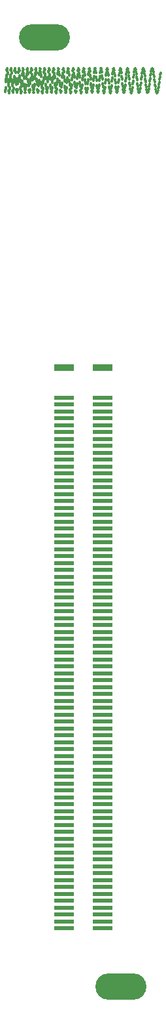
<source format=gts>
G04 Layer: TopSolderMaskLayer*
G04 EasyEDA v6.5.23, 2023-06-01 15:37:06*
G04 23eb6b4696734b44af23c16f2827e462,5a6b42c53f6a479593ecc07194224c93,10*
G04 Gerber Generator version 0.2*
G04 Scale: 100 percent, Rotated: No, Reflected: No *
G04 Dimensions in millimeters *
G04 leading zeros omitted , absolute positions ,4 integer and 5 decimal *
%FSLAX45Y45*%
%MOMM*%

%ADD10C,0.3556*%
%ADD11O,6.6032126X3.4031936000000003*%

%LPD*%
D10*
X2015070Y12115800D02*
G01*
X2006600Y12089345D01*
X2006600Y12060250D02*
G01*
X1998129Y12028599D01*
X1998129Y11996798D02*
G01*
X1989670Y11964987D01*
X1989670Y11935637D02*
G01*
X1981200Y11908917D01*
X1981200Y11886945D02*
G01*
X1972729Y11869910D01*
X1972729Y11859214D02*
G01*
X1964270Y11854990D01*
X1964270Y11857657D02*
G01*
X1955800Y11867268D01*
X1955800Y11883125D02*
G01*
X1947329Y11905200D01*
X1947329Y11931743D02*
G01*
X1938870Y11962637D01*
X1938870Y11995335D02*
G01*
X1930400Y12029653D01*
X1930400Y12062698D02*
G01*
X1921929Y12094225D01*
X1921929Y12121522D02*
G01*
X1913470Y12144336D01*
X1913470Y12160646D02*
G01*
X1905000Y12170252D01*
X1905000Y12172243D02*
G01*
X1896529Y12166526D01*
X1896529Y12153508D02*
G01*
X1888070Y12133237D01*
X1888070Y12107453D02*
G01*
X1879600Y12076305D01*
X1879600Y12042594D02*
G01*
X1871129Y12006567D01*
X1871129Y11971530D02*
G01*
X1862670Y11937806D01*
X1862670Y11908563D02*
G01*
X1854200Y11884106D01*
X1854200Y11866798D02*
G01*
X1845729Y11856877D01*
X1845729Y11855376D02*
G01*
X1837270Y11862381D01*
X1837270Y11877309D02*
G01*
X1828800Y11900093D01*
X1828800Y11928568D02*
G01*
X1820329Y11962513D01*
X1820329Y11998604D02*
G01*
X1811870Y12036493D01*
X1811870Y12072386D02*
G01*
X1803400Y12105891D01*
X1803400Y12133567D02*
G01*
X1794929Y12155060D01*
X1794929Y12168093D02*
G01*
X1786470Y12172447D01*
X1786470Y12167580D02*
G01*
X1778000Y12153460D01*
X1778000Y12131481D02*
G01*
X1769529Y12101829D01*
X1769529Y12067593D02*
G01*
X1761070Y12029132D01*
X1761070Y11990547D02*
G01*
X1752600Y11952325D01*
X1752600Y11918622D02*
G01*
X1744129Y11889902D01*
X1744129Y11869384D02*
G01*
X1735670Y11857398D01*
X1735670Y11855368D02*
G01*
X1727200Y11863412D01*
X1727200Y11880707D02*
G01*
X1718729Y11907118D01*
X1718729Y11939704D02*
G01*
X1710270Y11978091D01*
X1710270Y12017903D02*
G01*
X1701800Y12058606D01*
X1701800Y12095454D02*
G01*
X1693329Y12127905D01*
X1693329Y12152076D02*
G01*
X1684870Y12167567D01*
X1684870Y12172447D02*
G01*
X1676400Y12166549D01*
X1676400Y12150496D02*
G01*
X1667929Y12124420D01*
X1667929Y12091428D02*
G01*
X1659470Y12051946D01*
X1659470Y12010796D02*
G01*
X1651000Y11968571D01*
X1651000Y11930534D02*
G01*
X1642529Y11897314D01*
X1642529Y11873136D02*
G01*
X1634070Y11858444D01*
X1634070Y11855201D02*
G01*
X1625600Y11863555D01*
X1625600Y11882531D02*
G01*
X1617129Y11911906D01*
X1617129Y11947941D02*
G01*
X1608670Y11990115D01*
X1608670Y12032922D02*
G01*
X1600200Y12075660D01*
X1600200Y12112642D02*
G01*
X1591729Y12143204D01*
X1591729Y12163188D02*
G01*
X1583270Y12172162D01*
X1583270Y12168819D02*
G01*
X1574800Y12153117D01*
X1574800Y12127110D02*
G01*
X1566329Y12091174D01*
X1566329Y12050204D02*
G01*
X1557870Y12004885D01*
X1557870Y11961533D02*
G01*
X1549400Y11920946D01*
X1549400Y11888886D02*
G01*
X1540929Y11866003D01*
X1540929Y11855643D02*
G01*
X1532470Y11858091D01*
X1532470Y11873105D02*
G01*
X1524000Y11900481D01*
X1524000Y11936351D02*
G01*
X1515529Y11980075D01*
X1515529Y12025294D02*
G01*
X1507070Y12071139D01*
X1507070Y12110808D02*
G01*
X1498600Y12143463D01*
X1498600Y12164169D02*
G01*
X1490129Y12172411D01*
X1490129Y12166848D02*
G01*
X1481670Y12147481D01*
X1481670Y12117181D02*
G01*
X1473200Y12076478D01*
X1473200Y12031576D02*
G01*
X1464729Y11983374D01*
X1464729Y11939358D02*
G01*
X1456270Y11900481D01*
X1456270Y11872907D02*
G01*
X1447800Y11857299D01*
X1447800Y11856212D02*
G01*
X1439329Y11869793D01*
X1439329Y11895968D02*
G01*
X1430870Y11934253D01*
X1430870Y11978548D02*
G01*
X1422400Y12027923D01*
X1422400Y12074344D02*
G01*
X1413929Y12116760D01*
X1413929Y12148151D02*
G01*
X1405470Y12167735D01*
X1405470Y12172162D02*
G01*
X1397000Y12161230D01*
X1397000Y12136661D02*
G01*
X1388529Y12098919D01*
X1388529Y12054321D02*
G01*
X1380070Y12003844D01*
X1380070Y11956082D02*
G01*
X1371600Y11912173D01*
X1371600Y11879722D02*
G01*
X1363129Y11859585D01*
X1363129Y11855343D02*
G01*
X1354670Y11867212D01*
X1354670Y11893222D02*
G01*
X1346200Y11932833D01*
X1346200Y11979120D02*
G01*
X1337729Y12030999D01*
X1337729Y12079226D02*
G01*
X1329270Y12122584D01*
X1329270Y12153224D02*
G01*
X1320800Y12170290D01*
X1320800Y12170587D02*
G01*
X1312329Y12153986D01*
X1312329Y12123440D02*
G01*
X1303870Y12079622D01*
X1303870Y12030552D02*
G01*
X1295400Y11977471D01*
X1295400Y11930255D02*
G01*
X1286929Y11890176D01*
X1286929Y11864825D02*
G01*
X1278470Y11854972D01*
X1278470Y11862574D02*
G01*
X1270000Y11887565D01*
X1270000Y11925249D02*
G01*
X1261529Y11974723D01*
X1261529Y12026483D02*
G01*
X1253070Y12079170D01*
X1253070Y12122503D02*
G01*
X1244600Y12155263D01*
X1244600Y12170935D02*
G01*
X1236129Y12168987D01*
X1236129Y12149696D02*
G01*
X1227670Y12113468D01*
X1227670Y12067456D02*
G01*
X1219200Y12012866D01*
X1219200Y11960651D02*
G01*
X1210729Y11912282D01*
X1210729Y11877619D02*
G01*
X1202270Y11857725D01*
X1202270Y11856758D02*
G01*
X1193800Y11874878D01*
X1193800Y11908444D02*
G01*
X1185329Y11956602D01*
X1185329Y12009407D02*
G01*
X1176870Y12065360D01*
X1176870Y12112731D02*
G01*
X1168400Y12150097D01*
X1168400Y12169490D02*
G01*
X1159929Y12170222D01*
X1159929Y12152028D02*
G01*
X1151470Y12115335D01*
X1151470Y12067926D02*
G01*
X1143000Y12011141D01*
X1143000Y11957243D02*
G01*
X1134529Y11907850D01*
X1134529Y11873786D02*
G01*
X1126070Y11856176D01*
X1126070Y11858985D02*
G01*
X1117600Y11882264D01*
X1117600Y11920941D02*
G01*
X1109129Y11973948D01*
X1109129Y12029493D02*
G01*
X1100670Y12085899D01*
X1100670Y12130440D02*
G01*
X1092200Y12161677D01*
X1092200Y12172434D02*
G01*
X1083729Y12162259D01*
X1083729Y12133361D02*
G01*
X1075270Y12086536D01*
X1075270Y12032493D02*
G01*
X1066800Y11972894D01*
X1066800Y11921553D02*
G01*
X1058329Y11880161D01*
X1058329Y11858464D02*
G01*
X1049870Y11857273D01*
X1049870Y11876968D02*
G01*
X1041400Y11917045D01*
X1041400Y11968088D02*
G01*
X1032929Y12028500D01*
X1032929Y12083869D02*
G01*
X1024470Y12132358D01*
X1024470Y12162228D02*
G01*
X1016000Y12172398D01*
X1016000Y12160288D02*
G01*
X1007529Y12126180D01*
X1007529Y12078301D02*
G01*
X999070Y12018167D01*
X999070Y11960547D02*
G01*
X990600Y11907372D01*
X990600Y11871883D02*
G01*
X982129Y11855363D01*
X982129Y11862048D02*
G01*
X973670Y11891838D01*
X973670Y11937349D02*
G01*
X965200Y11997108D01*
X965200Y12056033D02*
G01*
X956729Y12112096D01*
X956729Y12150961D02*
G01*
X948270Y12171189D01*
X948270Y12167481D02*
G01*
X939800Y12139836D01*
X939800Y12095304D02*
G01*
X931329Y12035332D01*
X931329Y11975510D02*
G01*
X922870Y11917926D01*
X922870Y11877725D02*
G01*
X914400Y11856417D01*
X914400Y11859734D02*
G01*
X905929Y11887702D01*
X905929Y11932965D02*
G01*
X897470Y11994022D01*
X897470Y12054563D02*
G01*
X889000Y12112426D01*
X889000Y12151951D02*
G01*
X880529Y12171634D01*
X880529Y12166028D02*
G01*
X872070Y12135190D01*
X872070Y12087461D02*
G01*
X863600Y12024464D01*
X863600Y11963516D02*
G01*
X855129Y11906831D01*
X855129Y11870184D02*
G01*
X846670Y11854997D01*
X846670Y11865625D02*
G01*
X838200Y11901815D01*
X838200Y11953491D02*
G01*
X829729Y12018845D01*
X829729Y12079404D02*
G01*
X821270Y12132934D01*
X821270Y12164113D02*
G01*
X812800Y12171679D01*
X812800Y12153361D02*
G01*
X804329Y12109691D01*
X804329Y12053194D02*
G01*
X795870Y11985896D01*
X795870Y11927347D02*
G01*
X787400Y11879765D01*
X787400Y11857144D02*
G01*
X778929Y11860461D01*
X778929Y11888843D02*
G01*
X770470Y11941355D01*
X770470Y12002515D02*
G01*
X762000Y12070067D01*
X762000Y12123849D02*
G01*
X753529Y12161763D01*
X753529Y12172348D02*
G01*
X745070Y12155060D01*
X745070Y12115012D02*
G01*
X736600Y12053615D01*
X736600Y11989475D02*
G01*
X728129Y11925028D01*
X728129Y11880011D02*
G01*
X719670Y11856262D01*
X719670Y11861185D02*
G01*
X711200Y11894728D01*
X711200Y11946608D02*
G01*
X702729Y12014906D01*
X702729Y12078375D02*
G01*
X694270Y12134527D01*
X694270Y12165705D02*
G01*
X685800Y12170567D01*
X685800Y12147476D02*
G01*
X677329Y12097184D01*
X677329Y12035586D02*
G01*
X668870Y11965030D01*
X668870Y11908048D02*
G01*
X660400Y11866946D01*
X660400Y11855010D02*
G01*
X651929Y11872851D01*
X651929Y11914814D02*
G01*
X643470Y11979348D01*
X643470Y12045528D02*
G01*
X635000Y12110753D01*
X635000Y12153628D02*
G01*
X626529Y12172360D01*
X626529Y12160676D02*
G01*
X618070Y12118901D01*
X618070Y12060775D02*
G01*
X609600Y11988528D01*
X609600Y11926211D02*
G01*
X601129Y11876354D01*
X601129Y11855742D02*
G01*
X592670Y11865328D01*
X592670Y11901995D02*
G01*
X584200Y11964393D01*
X584200Y12031438D02*
G01*
X575729Y12100458D01*
X575729Y12147885D02*
G01*
X567270Y12171723D01*
X567270Y12163686D02*
G01*
X558800Y12123961D01*
X558800Y12066148D02*
G01*
X550329Y11992503D01*
X550329Y11928561D02*
G01*
X541870Y11876943D01*
X541870Y11855734D02*
G01*
X533400Y11865942D01*
X533400Y11904073D02*
G01*
X524929Y11968726D01*
X524929Y12037131D02*
G01*
X516470Y12106536D01*
X516470Y12152274D02*
G01*
X508000Y12172373D01*
X508000Y12159561D02*
G01*
X499529Y12114212D01*
X499529Y12052523D02*
G01*
X491070Y11976912D01*
X491070Y11914682D02*
G01*
X482600Y11868421D01*
X482600Y11855010D02*
G01*
X474129Y11875127D01*
X474129Y11921535D02*
G01*
X465670Y11992465D01*
X465670Y12061924D02*
G01*
X457200Y12127067D01*
X457200Y12163803D02*
G01*
X448729Y12170514D01*
X448729Y12144590D02*
G01*
X440270Y12086970D01*
X440270Y12019061D02*
G01*
X431800Y11943605D01*
X431800Y11888929D02*
G01*
X423329Y11857347D01*
X423329Y11860875D02*
G01*
X414870Y11899516D01*
X414870Y11958706D02*
G01*
X406400Y12036115D01*
X406400Y12102251D02*
G01*
X397929Y12154352D01*
X397929Y12172378D02*
G01*
X389470Y12155444D01*
X389470Y12109978D02*
G01*
X381000Y12037715D01*
X381000Y11966600D02*
G01*
X372529Y11899552D01*
X372529Y11862729D02*
G01*
X364070Y11857763D01*
X364070Y11886704D02*
G01*
X355600Y11948505D01*
X355600Y12018911D02*
G01*
X347129Y12095101D01*
X347129Y12146892D02*
G01*
X338670Y12172081D01*
X338670Y12160554D02*
G01*
X330200Y12112625D01*
X330200Y12047369D02*
G01*
X321729Y11967375D01*
X321729Y11904779D02*
G01*
X313270Y11862203D01*
X313270Y11856920D02*
G01*
X304800Y11889308D01*
X304800Y11946303D02*
G01*
X296329Y12025703D01*
X296329Y12095132D02*
G01*
X287870Y12151730D01*
X287870Y12172231D02*
G01*
X279400Y12155647D01*
X279400Y12108723D02*
G01*
X270929Y12033224D01*
X270929Y11960385D02*
G01*
X262470Y11893153D01*
X262470Y11859567D02*
G01*
X254000Y11861116D01*
X254000Y11897258D02*
G01*
X245529Y11966668D01*
X245529Y12040227D02*
G01*
X237070Y12114994D01*
X237070Y12159345D02*
G01*
X228600Y12171380D01*
X228600Y12145901D02*
G01*
X220129Y12083765D01*
X220129Y12011421D02*
G01*
X211670Y11931710D01*
X211670Y11878840D02*
G01*
X203200Y11855010D01*
X203200Y11870575D02*
G01*
X194729Y11925089D01*
X194729Y11995012D02*
G01*
X186270Y12077649D01*
X186270Y12137039D02*
G01*
X177800Y12170742D01*
X177800Y12163940D02*
G01*
X169329Y12116749D01*
X169329Y12049813D02*
G01*
X160870Y11965675D01*
X160870Y11901474D02*
G01*
X152400Y11859785D01*
X152400Y11859183D02*
G01*
X143929Y11899844D01*
X143929Y11963740D02*
G01*
X135470Y12048479D01*
X135470Y12116140D02*
G01*
X127000Y12164039D01*
X127000Y12170562D02*
G01*
X118529Y12135302D01*
X118529Y12074098D02*
G01*
X110070Y11989203D01*
X110070Y11919143D02*
G01*
X101600Y11866636D01*
X101600Y11855716D02*
G01*
X93129Y11886938D01*
X93129Y11946092D02*
G01*
X84670Y12031047D01*
X84670Y12102716D02*
G01*
X76200Y12158345D01*
X76200Y12172149D02*
G01*
X67729Y12143458D01*
X67729Y12085500D02*
G01*
X59270Y12000339D01*
X59270Y11927692D02*
G01*
X50800Y11870296D01*
X50800Y11855122D02*
G01*
X42329Y11882884D01*
X42329Y11940598D02*
G01*
X33870Y12026262D01*
X33870Y12099373D02*
G01*
X25400Y12157224D01*
X25400Y12172256D02*
G01*
X16929Y12143780D01*
X16929Y12085297D02*
G01*
X8470Y11998797D01*
X8470Y11925734D02*
G01*
X0Y11868764D01*
D11*
G01*
X508000Y12573000D03*
G01*
X1498600Y330200D03*
G36*
X1130300Y8356600D02*
G01*
X1384300Y8356600D01*
X1384300Y8267700D01*
X1130300Y8267700D01*
G37*
G36*
X635000Y8356600D02*
G01*
X889000Y8356600D01*
X889000Y8267700D01*
X635000Y8267700D01*
G37*
G36*
X1130300Y6172200D02*
G01*
X1384300Y6172200D01*
X1384300Y6121400D01*
X1130300Y6121400D01*
G37*
G36*
X1130300Y6083300D02*
G01*
X1384300Y6083300D01*
X1384300Y6032500D01*
X1130300Y6032500D01*
G37*
G36*
X1130300Y5994400D02*
G01*
X1384300Y5994400D01*
X1384300Y5943600D01*
X1130300Y5943600D01*
G37*
G36*
X1130300Y5727700D02*
G01*
X1384300Y5727700D01*
X1384300Y5676900D01*
X1130300Y5676900D01*
G37*
G36*
X1130300Y5816600D02*
G01*
X1384300Y5816600D01*
X1384300Y5765800D01*
X1130300Y5765800D01*
G37*
G36*
X1130300Y5905500D02*
G01*
X1384300Y5905500D01*
X1384300Y5854700D01*
X1130300Y5854700D01*
G37*
G36*
X1130300Y5461000D02*
G01*
X1384300Y5461000D01*
X1384300Y5410200D01*
X1130300Y5410200D01*
G37*
G36*
X1130300Y5549900D02*
G01*
X1384300Y5549900D01*
X1384300Y5499100D01*
X1130300Y5499100D01*
G37*
G36*
X1130300Y5638800D02*
G01*
X1384300Y5638800D01*
X1384300Y5588000D01*
X1130300Y5588000D01*
G37*
G36*
X1130300Y5194300D02*
G01*
X1384300Y5194300D01*
X1384300Y5143500D01*
X1130300Y5143500D01*
G37*
G36*
X1130300Y5283200D02*
G01*
X1384300Y5283200D01*
X1384300Y5232400D01*
X1130300Y5232400D01*
G37*
G36*
X1130300Y5372100D02*
G01*
X1384300Y5372100D01*
X1384300Y5321300D01*
X1130300Y5321300D01*
G37*
G36*
X1130300Y5016500D02*
G01*
X1384300Y5016500D01*
X1384300Y4965700D01*
X1130300Y4965700D01*
G37*
G36*
X1130300Y5105400D02*
G01*
X1384300Y5105400D01*
X1384300Y5054600D01*
X1130300Y5054600D01*
G37*
G36*
X1130300Y6350000D02*
G01*
X1384300Y6350000D01*
X1384300Y6299200D01*
X1130300Y6299200D01*
G37*
G36*
X1130300Y6261100D02*
G01*
X1384300Y6261100D01*
X1384300Y6210300D01*
X1130300Y6210300D01*
G37*
G36*
X1130300Y6616700D02*
G01*
X1384300Y6616700D01*
X1384300Y6565900D01*
X1130300Y6565900D01*
G37*
G36*
X1130300Y6527800D02*
G01*
X1384300Y6527800D01*
X1384300Y6477000D01*
X1130300Y6477000D01*
G37*
G36*
X1130300Y6438900D02*
G01*
X1384300Y6438900D01*
X1384300Y6388100D01*
X1130300Y6388100D01*
G37*
G36*
X1130300Y6883400D02*
G01*
X1384300Y6883400D01*
X1384300Y6832600D01*
X1130300Y6832600D01*
G37*
G36*
X1130300Y6794500D02*
G01*
X1384300Y6794500D01*
X1384300Y6743700D01*
X1130300Y6743700D01*
G37*
G36*
X1130300Y6705600D02*
G01*
X1384300Y6705600D01*
X1384300Y6654800D01*
X1130300Y6654800D01*
G37*
G36*
X1130300Y7150100D02*
G01*
X1384300Y7150100D01*
X1384300Y7099300D01*
X1130300Y7099300D01*
G37*
G36*
X1130300Y7061200D02*
G01*
X1384300Y7061200D01*
X1384300Y7010400D01*
X1130300Y7010400D01*
G37*
G36*
X1130300Y6972300D02*
G01*
X1384300Y6972300D01*
X1384300Y6921500D01*
X1130300Y6921500D01*
G37*
G36*
X1130300Y7416800D02*
G01*
X1384300Y7416800D01*
X1384300Y7366000D01*
X1130300Y7366000D01*
G37*
G36*
X1130300Y7327900D02*
G01*
X1384300Y7327900D01*
X1384300Y7277100D01*
X1130300Y7277100D01*
G37*
G36*
X1130300Y7239000D02*
G01*
X1384300Y7239000D01*
X1384300Y7188200D01*
X1130300Y7188200D01*
G37*
G36*
X1130300Y7683500D02*
G01*
X1384300Y7683500D01*
X1384300Y7632700D01*
X1130300Y7632700D01*
G37*
G36*
X1130300Y7594600D02*
G01*
X1384300Y7594600D01*
X1384300Y7543800D01*
X1130300Y7543800D01*
G37*
G36*
X1130300Y7505700D02*
G01*
X1384300Y7505700D01*
X1384300Y7454900D01*
X1130300Y7454900D01*
G37*
G36*
X1130300Y7772400D02*
G01*
X1384300Y7772400D01*
X1384300Y7721600D01*
X1130300Y7721600D01*
G37*
G36*
X1130300Y7861300D02*
G01*
X1384300Y7861300D01*
X1384300Y7810500D01*
X1130300Y7810500D01*
G37*
G36*
X1130300Y7950200D02*
G01*
X1384300Y7950200D01*
X1384300Y7899400D01*
X1130300Y7899400D01*
G37*
G36*
X635000Y7950200D02*
G01*
X889000Y7950200D01*
X889000Y7899400D01*
X635000Y7899400D01*
G37*
G36*
X635000Y7861300D02*
G01*
X889000Y7861300D01*
X889000Y7810500D01*
X635000Y7810500D01*
G37*
G36*
X635000Y7772400D02*
G01*
X889000Y7772400D01*
X889000Y7721600D01*
X635000Y7721600D01*
G37*
G36*
X635000Y7505700D02*
G01*
X889000Y7505700D01*
X889000Y7454900D01*
X635000Y7454900D01*
G37*
G36*
X635000Y7594600D02*
G01*
X889000Y7594600D01*
X889000Y7543800D01*
X635000Y7543800D01*
G37*
G36*
X635000Y7683500D02*
G01*
X889000Y7683500D01*
X889000Y7632700D01*
X635000Y7632700D01*
G37*
G36*
X635000Y7239000D02*
G01*
X889000Y7239000D01*
X889000Y7188200D01*
X635000Y7188200D01*
G37*
G36*
X635000Y7327900D02*
G01*
X889000Y7327900D01*
X889000Y7277100D01*
X635000Y7277100D01*
G37*
G36*
X635000Y7416800D02*
G01*
X889000Y7416800D01*
X889000Y7366000D01*
X635000Y7366000D01*
G37*
G36*
X635000Y6972300D02*
G01*
X889000Y6972300D01*
X889000Y6921500D01*
X635000Y6921500D01*
G37*
G36*
X635000Y7061200D02*
G01*
X889000Y7061200D01*
X889000Y7010400D01*
X635000Y7010400D01*
G37*
G36*
X635000Y7150100D02*
G01*
X889000Y7150100D01*
X889000Y7099300D01*
X635000Y7099300D01*
G37*
G36*
X635000Y6705600D02*
G01*
X889000Y6705600D01*
X889000Y6654800D01*
X635000Y6654800D01*
G37*
G36*
X635000Y6794500D02*
G01*
X889000Y6794500D01*
X889000Y6743700D01*
X635000Y6743700D01*
G37*
G36*
X635000Y6883400D02*
G01*
X889000Y6883400D01*
X889000Y6832600D01*
X635000Y6832600D01*
G37*
G36*
X635000Y6438900D02*
G01*
X889000Y6438900D01*
X889000Y6388100D01*
X635000Y6388100D01*
G37*
G36*
X635000Y6527800D02*
G01*
X889000Y6527800D01*
X889000Y6477000D01*
X635000Y6477000D01*
G37*
G36*
X635000Y6616700D02*
G01*
X889000Y6616700D01*
X889000Y6565900D01*
X635000Y6565900D01*
G37*
G36*
X635000Y6261100D02*
G01*
X889000Y6261100D01*
X889000Y6210300D01*
X635000Y6210300D01*
G37*
G36*
X635000Y6350000D02*
G01*
X889000Y6350000D01*
X889000Y6299200D01*
X635000Y6299200D01*
G37*
G36*
X635000Y5105400D02*
G01*
X889000Y5105400D01*
X889000Y5054600D01*
X635000Y5054600D01*
G37*
G36*
X635000Y5016500D02*
G01*
X889000Y5016500D01*
X889000Y4965700D01*
X635000Y4965700D01*
G37*
G36*
X635000Y5372100D02*
G01*
X889000Y5372100D01*
X889000Y5321300D01*
X635000Y5321300D01*
G37*
G36*
X635000Y5283200D02*
G01*
X889000Y5283200D01*
X889000Y5232400D01*
X635000Y5232400D01*
G37*
G36*
X635000Y5194300D02*
G01*
X889000Y5194300D01*
X889000Y5143500D01*
X635000Y5143500D01*
G37*
G36*
X635000Y5638800D02*
G01*
X889000Y5638800D01*
X889000Y5588000D01*
X635000Y5588000D01*
G37*
G36*
X635000Y5549900D02*
G01*
X889000Y5549900D01*
X889000Y5499100D01*
X635000Y5499100D01*
G37*
G36*
X635000Y5461000D02*
G01*
X889000Y5461000D01*
X889000Y5410200D01*
X635000Y5410200D01*
G37*
G36*
X635000Y5905500D02*
G01*
X889000Y5905500D01*
X889000Y5854700D01*
X635000Y5854700D01*
G37*
G36*
X635000Y5816600D02*
G01*
X889000Y5816600D01*
X889000Y5765800D01*
X635000Y5765800D01*
G37*
G36*
X635000Y5727700D02*
G01*
X889000Y5727700D01*
X889000Y5676900D01*
X635000Y5676900D01*
G37*
G36*
X635000Y5994400D02*
G01*
X889000Y5994400D01*
X889000Y5943600D01*
X635000Y5943600D01*
G37*
G36*
X635000Y6083300D02*
G01*
X889000Y6083300D01*
X889000Y6032500D01*
X635000Y6032500D01*
G37*
G36*
X635000Y6172200D02*
G01*
X889000Y6172200D01*
X889000Y6121400D01*
X635000Y6121400D01*
G37*
G36*
X635000Y3149600D02*
G01*
X889000Y3149600D01*
X889000Y3098800D01*
X635000Y3098800D01*
G37*
G36*
X635000Y3060700D02*
G01*
X889000Y3060700D01*
X889000Y3009900D01*
X635000Y3009900D01*
G37*
G36*
X635000Y2971800D02*
G01*
X889000Y2971800D01*
X889000Y2921000D01*
X635000Y2921000D01*
G37*
G36*
X635000Y2705100D02*
G01*
X889000Y2705100D01*
X889000Y2654300D01*
X635000Y2654300D01*
G37*
G36*
X635000Y2794000D02*
G01*
X889000Y2794000D01*
X889000Y2743200D01*
X635000Y2743200D01*
G37*
G36*
X635000Y2882900D02*
G01*
X889000Y2882900D01*
X889000Y2832100D01*
X635000Y2832100D01*
G37*
G36*
X635000Y2438400D02*
G01*
X889000Y2438400D01*
X889000Y2387600D01*
X635000Y2387600D01*
G37*
G36*
X635000Y2527300D02*
G01*
X889000Y2527300D01*
X889000Y2476500D01*
X635000Y2476500D01*
G37*
G36*
X635000Y2616200D02*
G01*
X889000Y2616200D01*
X889000Y2565400D01*
X635000Y2565400D01*
G37*
G36*
X635000Y2171700D02*
G01*
X889000Y2171700D01*
X889000Y2120900D01*
X635000Y2120900D01*
G37*
G36*
X635000Y2260600D02*
G01*
X889000Y2260600D01*
X889000Y2209800D01*
X635000Y2209800D01*
G37*
G36*
X635000Y2349500D02*
G01*
X889000Y2349500D01*
X889000Y2298700D01*
X635000Y2298700D01*
G37*
G36*
X635000Y1993900D02*
G01*
X889000Y1993900D01*
X889000Y1943100D01*
X635000Y1943100D01*
G37*
G36*
X635000Y2082800D02*
G01*
X889000Y2082800D01*
X889000Y2032000D01*
X635000Y2032000D01*
G37*
G36*
X635000Y3327400D02*
G01*
X889000Y3327400D01*
X889000Y3276600D01*
X635000Y3276600D01*
G37*
G36*
X635000Y3238500D02*
G01*
X889000Y3238500D01*
X889000Y3187700D01*
X635000Y3187700D01*
G37*
G36*
X635000Y3594100D02*
G01*
X889000Y3594100D01*
X889000Y3543300D01*
X635000Y3543300D01*
G37*
G36*
X635000Y3505200D02*
G01*
X889000Y3505200D01*
X889000Y3454400D01*
X635000Y3454400D01*
G37*
G36*
X635000Y3416300D02*
G01*
X889000Y3416300D01*
X889000Y3365500D01*
X635000Y3365500D01*
G37*
G36*
X635000Y3860800D02*
G01*
X889000Y3860800D01*
X889000Y3810000D01*
X635000Y3810000D01*
G37*
G36*
X635000Y3771900D02*
G01*
X889000Y3771900D01*
X889000Y3721100D01*
X635000Y3721100D01*
G37*
G36*
X635000Y3683000D02*
G01*
X889000Y3683000D01*
X889000Y3632200D01*
X635000Y3632200D01*
G37*
G36*
X635000Y4127500D02*
G01*
X889000Y4127500D01*
X889000Y4076700D01*
X635000Y4076700D01*
G37*
G36*
X635000Y4038600D02*
G01*
X889000Y4038600D01*
X889000Y3987800D01*
X635000Y3987800D01*
G37*
G36*
X635000Y3949700D02*
G01*
X889000Y3949700D01*
X889000Y3898900D01*
X635000Y3898900D01*
G37*
G36*
X635000Y4394200D02*
G01*
X889000Y4394200D01*
X889000Y4343400D01*
X635000Y4343400D01*
G37*
G36*
X635000Y4305300D02*
G01*
X889000Y4305300D01*
X889000Y4254500D01*
X635000Y4254500D01*
G37*
G36*
X635000Y4216400D02*
G01*
X889000Y4216400D01*
X889000Y4165600D01*
X635000Y4165600D01*
G37*
G36*
X635000Y4660900D02*
G01*
X889000Y4660900D01*
X889000Y4610100D01*
X635000Y4610100D01*
G37*
G36*
X635000Y4572000D02*
G01*
X889000Y4572000D01*
X889000Y4521200D01*
X635000Y4521200D01*
G37*
G36*
X635000Y4483100D02*
G01*
X889000Y4483100D01*
X889000Y4432300D01*
X635000Y4432300D01*
G37*
G36*
X635000Y4749800D02*
G01*
X889000Y4749800D01*
X889000Y4699000D01*
X635000Y4699000D01*
G37*
G36*
X635000Y4838700D02*
G01*
X889000Y4838700D01*
X889000Y4787900D01*
X635000Y4787900D01*
G37*
G36*
X635000Y4927600D02*
G01*
X889000Y4927600D01*
X889000Y4876800D01*
X635000Y4876800D01*
G37*
G36*
X1130300Y4927600D02*
G01*
X1384300Y4927600D01*
X1384300Y4876800D01*
X1130300Y4876800D01*
G37*
G36*
X1130300Y4838700D02*
G01*
X1384300Y4838700D01*
X1384300Y4787900D01*
X1130300Y4787900D01*
G37*
G36*
X1130300Y4749800D02*
G01*
X1384300Y4749800D01*
X1384300Y4699000D01*
X1130300Y4699000D01*
G37*
G36*
X1130300Y4483100D02*
G01*
X1384300Y4483100D01*
X1384300Y4432300D01*
X1130300Y4432300D01*
G37*
G36*
X1130300Y4572000D02*
G01*
X1384300Y4572000D01*
X1384300Y4521200D01*
X1130300Y4521200D01*
G37*
G36*
X1130300Y4660900D02*
G01*
X1384300Y4660900D01*
X1384300Y4610100D01*
X1130300Y4610100D01*
G37*
G36*
X1130300Y4216400D02*
G01*
X1384300Y4216400D01*
X1384300Y4165600D01*
X1130300Y4165600D01*
G37*
G36*
X1130300Y4305300D02*
G01*
X1384300Y4305300D01*
X1384300Y4254500D01*
X1130300Y4254500D01*
G37*
G36*
X1130300Y4394200D02*
G01*
X1384300Y4394200D01*
X1384300Y4343400D01*
X1130300Y4343400D01*
G37*
G36*
X1130300Y3949700D02*
G01*
X1384300Y3949700D01*
X1384300Y3898900D01*
X1130300Y3898900D01*
G37*
G36*
X1130300Y4038600D02*
G01*
X1384300Y4038600D01*
X1384300Y3987800D01*
X1130300Y3987800D01*
G37*
G36*
X1130300Y4127500D02*
G01*
X1384300Y4127500D01*
X1384300Y4076700D01*
X1130300Y4076700D01*
G37*
G36*
X1130300Y3683000D02*
G01*
X1384300Y3683000D01*
X1384300Y3632200D01*
X1130300Y3632200D01*
G37*
G36*
X1130300Y3771900D02*
G01*
X1384300Y3771900D01*
X1384300Y3721100D01*
X1130300Y3721100D01*
G37*
G36*
X1130300Y3860800D02*
G01*
X1384300Y3860800D01*
X1384300Y3810000D01*
X1130300Y3810000D01*
G37*
G36*
X1130300Y3416300D02*
G01*
X1384300Y3416300D01*
X1384300Y3365500D01*
X1130300Y3365500D01*
G37*
G36*
X1130300Y3505200D02*
G01*
X1384300Y3505200D01*
X1384300Y3454400D01*
X1130300Y3454400D01*
G37*
G36*
X1130300Y3594100D02*
G01*
X1384300Y3594100D01*
X1384300Y3543300D01*
X1130300Y3543300D01*
G37*
G36*
X1130300Y3238500D02*
G01*
X1384300Y3238500D01*
X1384300Y3187700D01*
X1130300Y3187700D01*
G37*
G36*
X1130300Y3327400D02*
G01*
X1384300Y3327400D01*
X1384300Y3276600D01*
X1130300Y3276600D01*
G37*
G36*
X1130300Y2082800D02*
G01*
X1384300Y2082800D01*
X1384300Y2032000D01*
X1130300Y2032000D01*
G37*
G36*
X1130300Y1993900D02*
G01*
X1384300Y1993900D01*
X1384300Y1943100D01*
X1130300Y1943100D01*
G37*
G36*
X1130300Y2349500D02*
G01*
X1384300Y2349500D01*
X1384300Y2298700D01*
X1130300Y2298700D01*
G37*
G36*
X1130300Y2260600D02*
G01*
X1384300Y2260600D01*
X1384300Y2209800D01*
X1130300Y2209800D01*
G37*
G36*
X1130300Y2171700D02*
G01*
X1384300Y2171700D01*
X1384300Y2120900D01*
X1130300Y2120900D01*
G37*
G36*
X1130300Y2616200D02*
G01*
X1384300Y2616200D01*
X1384300Y2565400D01*
X1130300Y2565400D01*
G37*
G36*
X1130300Y2527300D02*
G01*
X1384300Y2527300D01*
X1384300Y2476500D01*
X1130300Y2476500D01*
G37*
G36*
X1130300Y2438400D02*
G01*
X1384300Y2438400D01*
X1384300Y2387600D01*
X1130300Y2387600D01*
G37*
G36*
X1130300Y2882900D02*
G01*
X1384300Y2882900D01*
X1384300Y2832100D01*
X1130300Y2832100D01*
G37*
G36*
X1130300Y2794000D02*
G01*
X1384300Y2794000D01*
X1384300Y2743200D01*
X1130300Y2743200D01*
G37*
G36*
X1130300Y2705100D02*
G01*
X1384300Y2705100D01*
X1384300Y2654300D01*
X1130300Y2654300D01*
G37*
G36*
X1130300Y2971800D02*
G01*
X1384300Y2971800D01*
X1384300Y2921000D01*
X1130300Y2921000D01*
G37*
G36*
X1130300Y3060700D02*
G01*
X1384300Y3060700D01*
X1384300Y3009900D01*
X1130300Y3009900D01*
G37*
G36*
X1130300Y3149600D02*
G01*
X1384300Y3149600D01*
X1384300Y3098800D01*
X1130300Y3098800D01*
G37*
G36*
X635000Y1104900D02*
G01*
X889000Y1104900D01*
X889000Y1054100D01*
X635000Y1054100D01*
G37*
G36*
X635000Y1371600D02*
G01*
X889000Y1371600D01*
X889000Y1320800D01*
X635000Y1320800D01*
G37*
G36*
X635000Y1282700D02*
G01*
X889000Y1282700D01*
X889000Y1231900D01*
X635000Y1231900D01*
G37*
G36*
X635000Y1193800D02*
G01*
X889000Y1193800D01*
X889000Y1143000D01*
X635000Y1143000D01*
G37*
G36*
X635000Y1638300D02*
G01*
X889000Y1638300D01*
X889000Y1587500D01*
X635000Y1587500D01*
G37*
G36*
X635000Y1549400D02*
G01*
X889000Y1549400D01*
X889000Y1498600D01*
X635000Y1498600D01*
G37*
G36*
X635000Y1460500D02*
G01*
X889000Y1460500D01*
X889000Y1409700D01*
X635000Y1409700D01*
G37*
G36*
X635000Y1727200D02*
G01*
X889000Y1727200D01*
X889000Y1676400D01*
X635000Y1676400D01*
G37*
G36*
X635000Y1816100D02*
G01*
X889000Y1816100D01*
X889000Y1765300D01*
X635000Y1765300D01*
G37*
G36*
X635000Y1905000D02*
G01*
X889000Y1905000D01*
X889000Y1854200D01*
X635000Y1854200D01*
G37*
G36*
X1130300Y1905000D02*
G01*
X1384300Y1905000D01*
X1384300Y1854200D01*
X1130300Y1854200D01*
G37*
G36*
X1130300Y1816100D02*
G01*
X1384300Y1816100D01*
X1384300Y1765300D01*
X1130300Y1765300D01*
G37*
G36*
X1130300Y1727200D02*
G01*
X1384300Y1727200D01*
X1384300Y1676400D01*
X1130300Y1676400D01*
G37*
G36*
X1130300Y1460500D02*
G01*
X1384300Y1460500D01*
X1384300Y1409700D01*
X1130300Y1409700D01*
G37*
G36*
X1130300Y1549400D02*
G01*
X1384300Y1549400D01*
X1384300Y1498600D01*
X1130300Y1498600D01*
G37*
G36*
X1130300Y1638300D02*
G01*
X1384300Y1638300D01*
X1384300Y1587500D01*
X1130300Y1587500D01*
G37*
G36*
X1130300Y1193800D02*
G01*
X1384300Y1193800D01*
X1384300Y1143000D01*
X1130300Y1143000D01*
G37*
G36*
X1130300Y1282700D02*
G01*
X1384300Y1282700D01*
X1384300Y1231900D01*
X1130300Y1231900D01*
G37*
G36*
X1130300Y1371600D02*
G01*
X1384300Y1371600D01*
X1384300Y1320800D01*
X1130300Y1320800D01*
G37*
G36*
X1130300Y1104900D02*
G01*
X1384300Y1104900D01*
X1384300Y1054100D01*
X1130300Y1054100D01*
G37*
M02*

</source>
